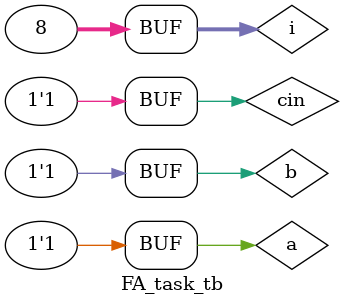
<source format=v>
module FA_task(
    input a, b, cin,
    output reg sum, carry
);

    reg s1, c1, w;

    task HA;
        input a, b;
        output sum, carry;
        begin
            sum = a ^ b;
            carry = a & b;
        end
    endtask
    
   always @* begin
        HA(a, b, s1, c1);
        HA(s1, cin, sum, w);
        carry = c1 | w;
    end 

endmodule

module FA_task_tb;
    reg a, b, cin;
    wire sum, carry;

    FA_task uut(a, b, cin, sum, carry);

    integer i;

    initial begin 
        for (i = 0; i <= 7; i = i + 1) begin
            #10;
            {a, b, cin} = i;
        end
    end
endmodule

</source>
